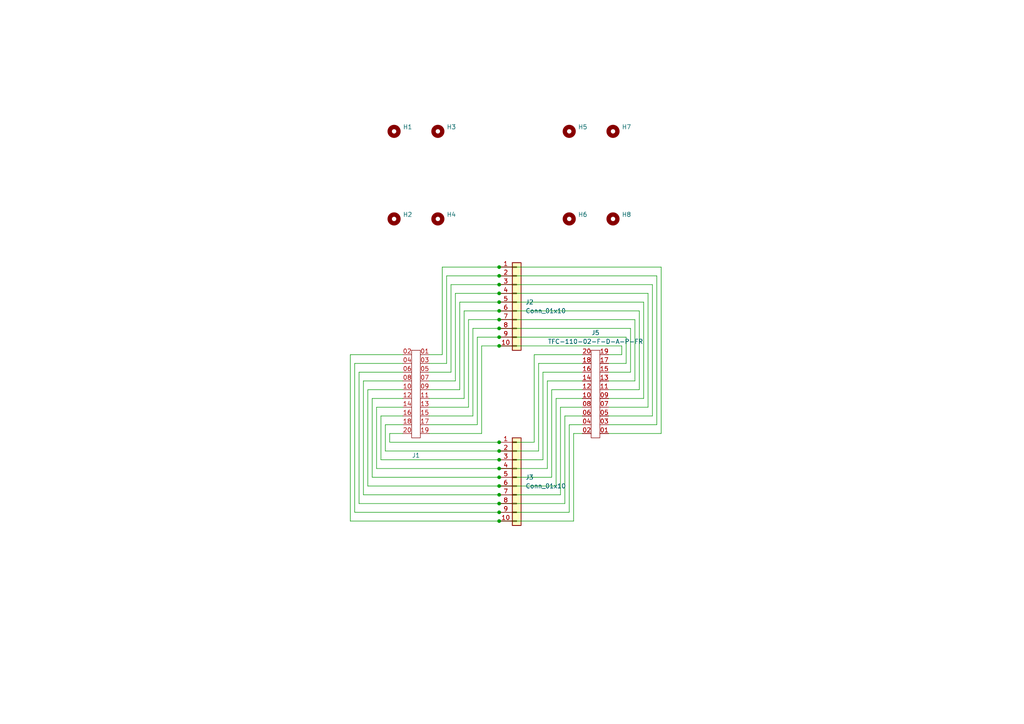
<source format=kicad_sch>
(kicad_sch (version 20211123) (generator eeschema)
  (paper "A4")
  (lib_symbols
    (symbol "Connector_Generic:Conn_01x10" (pin_names (offset 1.016) hide)
      (property "Reference" "J" (at 0 12.7 0))
      (property "Value" "Conn_01x10" (at 0 -15.24 0))
      (symbol "Conn_01x10_1_1"
        (rectangle (start -1.27 -12.573) (end 0 -12.827) (stroke (width 0.1524)))
        (rectangle (start -1.27 -10.033) (end 0 -10.287) (stroke (width 0.1524)))
        (rectangle (start -1.27 -7.493) (end 0 -7.747) (stroke (width 0.1524)))
        (rectangle (start -1.27 -4.953) (end 0 -5.207) (stroke (width 0.1524)))
        (rectangle (start -1.27 -2.413) (end 0 -2.667) (stroke (width 0.1524)))
        (rectangle (start -1.27 0.127) (end 0 -0.127) (stroke (width 0.1524)))
        (rectangle (start -1.27 2.667) (end 0 2.413) (stroke (width 0.1524)))
        (rectangle (start -1.27 5.207) (end 0 4.953) (stroke (width 0.1524)))
        (rectangle (start -1.27 7.747) (end 0 7.493) (stroke (width 0.1524)))
        (rectangle (start -1.27 10.287) (end 0 10.033) (stroke (width 0.1524)))
        (rectangle (start -1.27 11.43) (end 1.27 -13.97) (stroke (width 0.254)) (fill (type background)))
        (pin passive line (at -5.08 10.16 0) (length 3.81) (name "Pin_1") (number "1"))
        (pin passive line (at -5.08 -12.7 0) (length 3.81) (name "Pin_10") (number "10"))
        (pin passive line (at -5.08 7.62 0) (length 3.81) (name "Pin_2") (number "2"))
        (pin passive line (at -5.08 5.08 0) (length 3.81) (name "Pin_3") (number "3"))
        (pin passive line (at -5.08 2.54 0) (length 3.81) (name "Pin_4") (number "4"))
        (pin passive line (at -5.08 0 0) (length 3.81) (name "Pin_5") (number "5"))
        (pin passive line (at -5.08 -2.54 0) (length 3.81) (name "Pin_6") (number "6"))
        (pin passive line (at -5.08 -5.08 0) (length 3.81) (name "Pin_7") (number "7"))
        (pin passive line (at -5.08 -7.62 0) (length 3.81) (name "Pin_8") (number "8"))
        (pin passive line (at -5.08 -10.16 0) (length 3.81) (name "Pin_9") (number "9"))
      )
    )
    (symbol "GGS_Connectors:TFC-110-T2"
      (property "Reference" "J" (at 0 -3.81 0))
      (property "Value" "TFC-110-T2" (at 6.35 -1.27 0))
      (symbol "TFC-110-T2_0_0"
        (pin bidirectional line (at -2.54 24.13 0) (length 2.54) (name "") (number "01"))
        (pin bidirectional line (at 5.08 24.13 180) (length 2.54) (name "") (number "02"))
        (pin bidirectional line (at -2.54 21.59 0) (length 2.54) (name "") (number "03"))
        (pin bidirectional line (at 5.08 21.59 180) (length 2.54) (name "") (number "04"))
        (pin bidirectional line (at -2.54 19.05 0) (length 2.54) (name "") (number "05"))
        (pin bidirectional line (at 5.08 19.05 180) (length 2.54) (name "") (number "06"))
        (pin bidirectional line (at -2.54 16.51 0) (length 2.54) (name "") (number "07"))
        (pin bidirectional line (at 5.08 16.51 180) (length 2.54) (name "") (number "08"))
        (pin bidirectional line (at -2.54 13.97 0) (length 2.54) (name "") (number "09"))
        (pin bidirectional line (at 5.08 13.97 180) (length 2.54) (name "") (number "10"))
        (pin bidirectional line (at -2.54 11.43 0) (length 2.54) (name "") (number "11"))
        (pin bidirectional line (at 5.08 11.43 180) (length 2.54) (name "") (number "12"))
        (pin bidirectional line (at -2.54 8.89 0) (length 2.54) (name "") (number "13"))
        (pin bidirectional line (at 5.08 8.89 180) (length 2.54) (name "") (number "14"))
        (pin bidirectional line (at -2.54 6.35 0) (length 2.54) (name "") (number "15"))
        (pin bidirectional line (at 5.08 6.35 180) (length 2.54) (name "") (number "16"))
        (pin bidirectional line (at -2.54 3.81 0) (length 2.54) (name "") (number "17"))
        (pin bidirectional line (at 5.08 3.81 180) (length 2.54) (name "") (number "18"))
        (pin bidirectional line (at -2.54 1.27 0) (length 2.54) (name "") (number "19"))
        (pin bidirectional line (at 5.08 1.27 180) (length 2.54) (name "") (number "20"))
      )
      (symbol "TFC-110-T2_0_1"
        (rectangle (start 0 25.4) (end 2.54 0))
      )
    )
    (symbol "Mechanical:MountingHole" (pin_names (offset 1.016))
      (property "Reference" "H" (at 0 5.08 0))
      (property "Value" "MountingHole" (at 0 3.175 0))
      (symbol "MountingHole_0_1"
        (circle (center 0 0) (radius 1.27) (stroke (width 1.27)))
      )
    )
  )
  (junction (at 144.78 133.35))
  (junction (at 144.78 90.17))
  (junction (at 144.78 148.59))
  (junction (at 144.78 77.47))
  (junction (at 144.78 128.27))
  (junction (at 144.78 140.97))
  (junction (at 144.78 135.89))
  (junction (at 144.78 143.51))
  (junction (at 144.78 92.71))
  (junction (at 144.78 95.25))
  (junction (at 144.78 87.63))
  (junction (at 144.78 100.33))
  (junction (at 144.78 97.79))
  (junction (at 144.78 146.05))
  (junction (at 144.78 138.43))
  (junction (at 144.78 85.09))
  (junction (at 144.78 130.81))
  (junction (at 144.78 82.55))
  (junction (at 144.78 80.01))
  (junction (at 144.78 151.13))
  (wire (pts (xy 124.46 110.49) (xy 132.08 110.49)))
  (wire (pts (xy 154.94 128.27) (xy 154.94 102.87)))
  (wire (pts (xy 154.94 102.87) (xy 168.91 102.87)))
  (wire (pts (xy 144.78 90.17) (xy 185.42 90.17)))
  (wire (pts (xy 107.95 138.43) (xy 107.95 115.57)))
  (wire (pts (xy 160.02 113.03) (xy 168.91 113.03)))
  (wire (pts (xy 135.89 92.71) (xy 144.78 92.71)))
  (wire (pts (xy 137.16 120.65) (xy 137.16 95.25)))
  (wire (pts (xy 162.56 118.11) (xy 168.91 118.11)))
  (wire (pts (xy 176.53 105.41) (xy 181.61 105.41)))
  (wire (pts (xy 176.53 123.19) (xy 190.5 123.19)))
  (wire (pts (xy 144.78 128.27) (xy 154.94 128.27)))
  (wire (pts (xy 116.84 107.95) (xy 104.14 107.95)))
  (wire (pts (xy 168.91 115.57) (xy 161.29 115.57)))
  (wire (pts (xy 128.27 77.47) (xy 128.27 102.87)))
  (wire (pts (xy 189.23 120.65) (xy 176.53 120.65)))
  (wire (pts (xy 144.78 130.81) (xy 156.21 130.81)))
  (wire (pts (xy 105.41 110.49) (xy 116.84 110.49)))
  (wire (pts (xy 160.02 138.43) (xy 160.02 113.03)))
  (wire (pts (xy 191.77 77.47) (xy 191.77 125.73)))
  (wire (pts (xy 157.48 133.35) (xy 157.48 107.95)))
  (wire (pts (xy 156.21 105.41) (xy 156.21 130.81)))
  (wire (pts (xy 180.34 100.33) (xy 144.78 100.33)))
  (wire (pts (xy 124.46 105.41) (xy 129.54 105.41)))
  (wire (pts (xy 144.78 82.55) (xy 130.81 82.55)))
  (wire (pts (xy 144.78 143.51) (xy 105.41 143.51)))
  (wire (pts (xy 168.91 125.73) (xy 166.37 125.73)))
  (wire (pts (xy 137.16 95.25) (xy 144.78 95.25)))
  (wire (pts (xy 111.76 123.19) (xy 111.76 130.81)))
  (wire (pts (xy 104.14 107.95) (xy 104.14 146.05)))
  (wire (pts (xy 138.43 123.19) (xy 138.43 97.79)))
  (wire (pts (xy 113.03 125.73) (xy 113.03 128.27)))
  (wire (pts (xy 139.7 125.73) (xy 139.7 100.33)))
  (wire (pts (xy 124.46 118.11) (xy 135.89 118.11)))
  (wire (pts (xy 144.78 133.35) (xy 110.49 133.35)))
  (wire (pts (xy 124.46 113.03) (xy 133.35 113.03)))
  (wire (pts (xy 144.78 77.47) (xy 191.77 77.47)))
  (wire (pts (xy 144.78 138.43) (xy 160.02 138.43)))
  (wire (pts (xy 185.42 113.03) (xy 176.53 113.03)))
  (wire (pts (xy 110.49 133.35) (xy 110.49 120.65)))
  (wire (pts (xy 168.91 110.49) (xy 158.75 110.49)))
  (wire (pts (xy 130.81 82.55) (xy 130.81 107.95)))
  (wire (pts (xy 134.62 90.17) (xy 144.78 90.17)))
  (wire (pts (xy 111.76 130.81) (xy 144.78 130.81)))
  (wire (pts (xy 144.78 138.43) (xy 107.95 138.43)))
  (wire (pts (xy 182.88 107.95) (xy 176.53 107.95)))
  (wire (pts (xy 144.78 77.47) (xy 128.27 77.47)))
  (wire (pts (xy 144.78 143.51) (xy 162.56 143.51)))
  (wire (pts (xy 116.84 118.11) (xy 109.22 118.11)))
  (wire (pts (xy 158.75 135.89) (xy 144.78 135.89)))
  (wire (pts (xy 124.46 123.19) (xy 138.43 123.19)))
  (wire (pts (xy 186.69 87.63) (xy 144.78 87.63)))
  (wire (pts (xy 101.6 151.13) (xy 144.78 151.13)))
  (wire (pts (xy 144.78 133.35) (xy 157.48 133.35)))
  (wire (pts (xy 116.84 125.73) (xy 113.03 125.73)))
  (wire (pts (xy 181.61 97.79) (xy 144.78 97.79)))
  (wire (pts (xy 133.35 87.63) (xy 144.78 87.63)))
  (wire (pts (xy 138.43 97.79) (xy 144.78 97.79)))
  (wire (pts (xy 189.23 82.55) (xy 189.23 120.65)))
  (wire (pts (xy 104.14 146.05) (xy 144.78 146.05)))
  (wire (pts (xy 134.62 115.57) (xy 134.62 90.17)))
  (wire (pts (xy 124.46 125.73) (xy 139.7 125.73)))
  (wire (pts (xy 102.87 105.41) (xy 116.84 105.41)))
  (wire (pts (xy 116.84 123.19) (xy 111.76 123.19)))
  (wire (pts (xy 165.1 148.59) (xy 165.1 123.19)))
  (wire (pts (xy 144.78 80.01) (xy 190.5 80.01)))
  (wire (pts (xy 187.96 118.11) (xy 187.96 85.09)))
  (wire (pts (xy 132.08 110.49) (xy 132.08 85.09)))
  (wire (pts (xy 163.83 120.65) (xy 168.91 120.65)))
  (wire (pts (xy 101.6 102.87) (xy 101.6 151.13)))
  (wire (pts (xy 116.84 102.87) (xy 101.6 102.87)))
  (wire (pts (xy 133.35 113.03) (xy 133.35 87.63)))
  (wire (pts (xy 129.54 80.01) (xy 144.78 80.01)))
  (wire (pts (xy 116.84 113.03) (xy 106.68 113.03)))
  (wire (pts (xy 165.1 123.19) (xy 168.91 123.19)))
  (wire (pts (xy 109.22 118.11) (xy 109.22 135.89)))
  (wire (pts (xy 106.68 113.03) (xy 106.68 140.97)))
  (wire (pts (xy 186.69 115.57) (xy 186.69 87.63)))
  (wire (pts (xy 132.08 85.09) (xy 144.78 85.09)))
  (wire (pts (xy 176.53 102.87) (xy 180.34 102.87)))
  (wire (pts (xy 135.89 118.11) (xy 135.89 92.71)))
  (wire (pts (xy 144.78 148.59) (xy 165.1 148.59)))
  (wire (pts (xy 190.5 123.19) (xy 190.5 80.01)))
  (wire (pts (xy 105.41 143.51) (xy 105.41 110.49)))
  (wire (pts (xy 144.78 85.09) (xy 187.96 85.09)))
  (wire (pts (xy 124.46 115.57) (xy 134.62 115.57)))
  (wire (pts (xy 157.48 107.95) (xy 168.91 107.95)))
  (wire (pts (xy 144.78 146.05) (xy 163.83 146.05)))
  (wire (pts (xy 139.7 100.33) (xy 144.78 100.33)))
  (wire (pts (xy 106.68 140.97) (xy 144.78 140.97)))
  (wire (pts (xy 102.87 148.59) (xy 102.87 105.41)))
  (wire (pts (xy 184.15 110.49) (xy 184.15 92.71)))
  (wire (pts (xy 128.27 102.87) (xy 124.46 102.87)))
  (wire (pts (xy 168.91 105.41) (xy 156.21 105.41)))
  (wire (pts (xy 184.15 92.71) (xy 144.78 92.71)))
  (wire (pts (xy 166.37 151.13) (xy 144.78 151.13)))
  (wire (pts (xy 107.95 115.57) (xy 116.84 115.57)))
  (wire (pts (xy 191.77 125.73) (xy 176.53 125.73)))
  (wire (pts (xy 163.83 146.05) (xy 163.83 120.65)))
  (wire (pts (xy 176.53 110.49) (xy 184.15 110.49)))
  (wire (pts (xy 161.29 115.57) (xy 161.29 140.97)))
  (wire (pts (xy 113.03 128.27) (xy 144.78 128.27)))
  (wire (pts (xy 110.49 120.65) (xy 116.84 120.65)))
  (wire (pts (xy 176.53 118.11) (xy 187.96 118.11)))
  (wire (pts (xy 144.78 95.25) (xy 182.88 95.25)))
  (wire (pts (xy 185.42 90.17) (xy 185.42 113.03)))
  (wire (pts (xy 158.75 110.49) (xy 158.75 135.89)))
  (wire (pts (xy 144.78 148.59) (xy 102.87 148.59)))
  (wire (pts (xy 124.46 120.65) (xy 137.16 120.65)))
  (wire (pts (xy 129.54 105.41) (xy 129.54 80.01)))
  (wire (pts (xy 144.78 82.55) (xy 189.23 82.55)))
  (wire (pts (xy 109.22 135.89) (xy 144.78 135.89)))
  (wire (pts (xy 181.61 105.41) (xy 181.61 97.79)))
  (wire (pts (xy 161.29 140.97) (xy 144.78 140.97)))
  (wire (pts (xy 182.88 95.25) (xy 182.88 107.95)))
  (wire (pts (xy 176.53 115.57) (xy 186.69 115.57)))
  (wire (pts (xy 130.81 107.95) (xy 124.46 107.95)))
  (wire (pts (xy 166.37 125.73) (xy 166.37 151.13)))
  (wire (pts (xy 162.56 143.51) (xy 162.56 118.11)))
  (wire (pts (xy 180.34 102.87) (xy 180.34 100.33)))
  (symbol (lib_id "Mechanical:MountingHole") (at 177.8 38.1 0) (unit 1)
    (property "Reference" "H7" (at 180.34 36.8299 0) (effects (justify left)))
    (property "Value" "MountingHole" (effects hide))
    (property "Footprint" "MountingHole:MountingHole_2.7mm_M2.5" (effects hide))
  )
  (symbol (lib_id "Mechanical:MountingHole") (at 127 38.1 0) (unit 1)
    (property "Reference" "H3" (at 129.54 36.8299 0) (effects (justify left)))
    (property "Value" "MountingHole" (effects hide))
    (property "Footprint" "MountingHole:MountingHole_2.7mm_M2.5" (effects hide))
  )
  (symbol (lib_id "Mechanical:MountingHole") (at 165.1 38.1 0) (unit 1)
    (property "Reference" "H5" (at 167.64 36.8299 0) (effects (justify left)))
    (property "Value" "MountingHole" (effects hide))
    (property "Footprint" "MountingHole:MountingHole_2.7mm_M2.5" (effects hide))
  )
  (symbol (lib_id "Mechanical:MountingHole") (at 114.3 38.1 0) (unit 1)
    (property "Reference" "H1" (at 116.84 36.8299 0) (effects (justify left)))
    (property "Value" "MountingHole" (effects hide))
    (property "Footprint" "MountingHole:MountingHole_2.7mm_M2.5" (effects hide))
  )
  (symbol (lib_id "Connector_Generic:Conn_01x10") (at 149.86 138.43 0) (unit 1)
    (property "Reference" "J3" (at 152.4 138.4299 0) (effects (justify left)))
    (property "Value" "Conn_01x10" (at 152.4 140.9699 0) (effects (justify left)))
    (property "Footprint" "Connector_PinSocket_2.54mm:PinSocket_1x10_P2.54mm_Vertical" (effects hide))
  )
  (symbol (lib_id "Mechanical:MountingHole") (at 177.8 63.5 0) (unit 1)
    (property "Reference" "H8" (at 180.34 62.2299 0) (effects (justify left)))
    (property "Value" "MountingHole" (effects hide))
    (property "Footprint" "MountingHole:MountingHole_2.7mm_M2.5" (effects hide))
  )
  (symbol (lib_id "GGS_Connectors:TFC-110-T2") (at 173.99 101.6 180) (unit 1)
    (property "Reference" "J5" (at 172.72 96.52 0))
    (property "Value" "TFC-110-02-F-D-A-P-FR" (at 172.72 99.06 0))
    (property "Footprint" "GGS_Connectors:SAMTEC_SFC-110-T2-F-D-A-TR" (effects hide))
  )
  (symbol (lib_id "Mechanical:MountingHole") (at 165.1 63.5 0) (unit 1)
    (property "Reference" "H6" (at 167.64 62.2299 0) (effects (justify left)))
    (property "Value" "MountingHole" (effects hide))
    (property "Footprint" "MountingHole:MountingHole_2.7mm_M2.5" (effects hide))
  )
  (symbol (lib_id "Mechanical:MountingHole") (at 127 63.5 0) (unit 1)
    (property "Reference" "H4" (at 129.54 62.2299 0) (effects (justify left)))
    (property "Value" "MountingHole" (effects hide))
    (property "Footprint" "MountingHole:MountingHole_2.7mm_M2.5" (effects hide))
  )
  (symbol (lib_id "Connector_Generic:Conn_01x10") (at 149.86 87.63 0) (unit 1)
    (property "Reference" "J2" (at 152.4 87.6299 0) (effects (justify left)))
    (property "Value" "Conn_01x10" (at 152.4 90.1699 0) (effects (justify left)))
    (property "Footprint" "Connector_PinSocket_2.54mm:PinSocket_1x10_P2.54mm_Vertical" (effects hide))
  )
  (symbol (lib_id "GGS_Connectors:TFC-110-T2") (at 121.92 127 0) (mirror y) (unit 1)
    (property "Reference" "J1" (at 120.65 132.08 0))
    (property "Value" "TFC-110-02-F-D-A-P-FR" (effects hide))
    (property "Footprint" "GGS_Connectors:SAMTEC_TFC-110-02-F-D-A-P-FR" (effects hide))
  )
  (symbol (lib_id "Mechanical:MountingHole") (at 114.3 63.5 0) (unit 1)
    (property "Reference" "H2" (at 116.84 62.2299 0) (effects (justify left)))
    (property "Value" "MountingHole" (effects hide))
    (property "Footprint" "MountingHole:MountingHole_2.7mm_M2.5" (effects hide))
  )
)
</source>
